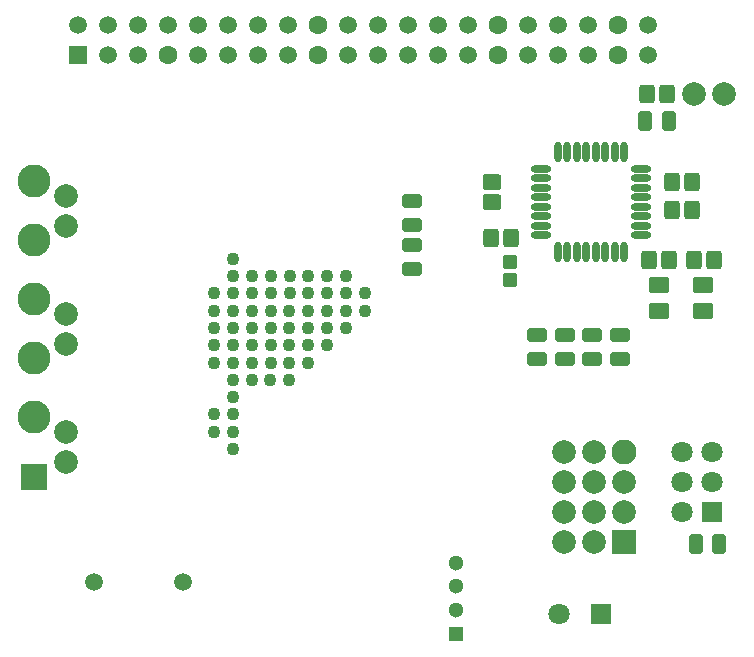
<source format=gbs>
G04 Layer_Color=16711935*
%FSLAX43Y43*%
%MOMM*%
G71*
G01*
G75*
G04:AMPARAMS|DCode=59|XSize=1.63mm|YSize=1.12mm|CornerRadius=0.177mm|HoleSize=0mm|Usage=FLASHONLY|Rotation=270.000|XOffset=0mm|YOffset=0mm|HoleType=Round|Shape=RoundedRectangle|*
%AMROUNDEDRECTD59*
21,1,1.630,0.765,0,0,270.0*
21,1,1.275,1.120,0,0,270.0*
1,1,0.355,-0.383,-0.637*
1,1,0.355,-0.383,0.637*
1,1,0.355,0.383,0.637*
1,1,0.355,0.383,-0.637*
%
%ADD59ROUNDEDRECTD59*%
G04:AMPARAMS|DCode=60|XSize=1.63mm|YSize=1.12mm|CornerRadius=0.177mm|HoleSize=0mm|Usage=FLASHONLY|Rotation=180.000|XOffset=0mm|YOffset=0mm|HoleType=Round|Shape=RoundedRectangle|*
%AMROUNDEDRECTD60*
21,1,1.630,0.765,0,0,180.0*
21,1,1.275,1.120,0,0,180.0*
1,1,0.355,-0.637,0.383*
1,1,0.355,0.637,0.383*
1,1,0.355,0.637,-0.383*
1,1,0.355,-0.637,-0.383*
%
%ADD60ROUNDEDRECTD60*%
G04:AMPARAMS|DCode=63|XSize=1.31mm|YSize=1.56mm|CornerRadius=0.201mm|HoleSize=0mm|Usage=FLASHONLY|Rotation=0.000|XOffset=0mm|YOffset=0mm|HoleType=Round|Shape=RoundedRectangle|*
%AMROUNDEDRECTD63*
21,1,1.310,1.157,0,0,0.0*
21,1,0.907,1.560,0,0,0.0*
1,1,0.403,0.454,-0.579*
1,1,0.403,-0.454,-0.579*
1,1,0.403,-0.454,0.579*
1,1,0.403,0.454,0.579*
%
%ADD63ROUNDEDRECTD63*%
G04:AMPARAMS|DCode=66|XSize=1.31mm|YSize=1.56mm|CornerRadius=0.201mm|HoleSize=0mm|Usage=FLASHONLY|Rotation=270.000|XOffset=0mm|YOffset=0mm|HoleType=Round|Shape=RoundedRectangle|*
%AMROUNDEDRECTD66*
21,1,1.310,1.157,0,0,270.0*
21,1,0.907,1.560,0,0,270.0*
1,1,0.403,-0.579,-0.454*
1,1,0.403,-0.579,0.454*
1,1,0.403,0.579,0.454*
1,1,0.403,0.579,-0.454*
%
%ADD66ROUNDEDRECTD66*%
%ADD74C,2.000*%
%ADD75C,1.800*%
%ADD76R,1.800X1.800*%
%ADD77R,1.800X1.800*%
%ADD78C,0.100*%
%ADD79C,1.500*%
%ADD80C,1.603*%
%ADD81R,1.500X1.500*%
%ADD82C,2.103*%
%ADD83R,2.000X2.000*%
%ADD84C,2.800*%
%ADD85R,2.300X2.300*%
%ADD86C,1.300*%
%ADD87R,1.300X1.300*%
%ADD88C,1.100*%
G04:AMPARAMS|DCode=89|XSize=1.15mm|YSize=1.17mm|CornerRadius=0.181mm|HoleSize=0mm|Usage=FLASHONLY|Rotation=270.000|XOffset=0mm|YOffset=0mm|HoleType=Round|Shape=RoundedRectangle|*
%AMROUNDEDRECTD89*
21,1,1.150,0.808,0,0,270.0*
21,1,0.787,1.170,0,0,270.0*
1,1,0.362,-0.404,-0.394*
1,1,0.362,-0.404,0.394*
1,1,0.362,0.404,0.394*
1,1,0.362,0.404,-0.394*
%
%ADD89ROUNDEDRECTD89*%
G04:AMPARAMS|DCode=90|XSize=1.7mm|YSize=1.35mm|CornerRadius=0.206mm|HoleSize=0mm|Usage=FLASHONLY|Rotation=0.000|XOffset=0mm|YOffset=0mm|HoleType=Round|Shape=RoundedRectangle|*
%AMROUNDEDRECTD90*
21,1,1.700,0.938,0,0,0.0*
21,1,1.288,1.350,0,0,0.0*
1,1,0.412,0.644,-0.469*
1,1,0.412,-0.644,-0.469*
1,1,0.412,-0.644,0.469*
1,1,0.412,0.644,0.469*
%
%ADD90ROUNDEDRECTD90*%
%ADD91O,0.650X1.750*%
%ADD92O,1.750X0.650*%
D59*
X60567Y9800D02*
D03*
X62582D02*
D03*
X58298Y45600D02*
D03*
X56283Y45600D02*
D03*
D60*
X49490Y27445D02*
D03*
X49490Y25430D02*
D03*
X54200Y27445D02*
D03*
X54200Y25430D02*
D03*
X47150Y27445D02*
D03*
X47150Y25430D02*
D03*
X36600Y33063D02*
D03*
Y35078D02*
D03*
Y36819D02*
D03*
X36600Y38834D02*
D03*
X51830Y27445D02*
D03*
X51830Y25430D02*
D03*
D63*
X43225Y35700D02*
D03*
X44915D02*
D03*
X58123Y47925D02*
D03*
X56433Y47925D02*
D03*
X56655Y33803D02*
D03*
X58345Y33803D02*
D03*
X58555Y40450D02*
D03*
X60245Y40450D02*
D03*
X58565Y38100D02*
D03*
X60255Y38100D02*
D03*
X60455Y33803D02*
D03*
X62145Y33803D02*
D03*
D66*
X43340Y38755D02*
D03*
X43340Y40445D02*
D03*
D74*
X60480Y47925D02*
D03*
X62980Y47925D02*
D03*
X54500Y12468D02*
D03*
X54500Y15008D02*
D03*
X51960Y17548D02*
D03*
X51960Y15008D02*
D03*
Y12468D02*
D03*
X51960Y9928D02*
D03*
X49420Y9928D02*
D03*
X49420Y12468D02*
D03*
X49420Y15008D02*
D03*
X49420Y17548D02*
D03*
X7272Y39250D02*
D03*
Y36750D02*
D03*
X7272Y19270D02*
D03*
X7272Y16770D02*
D03*
X7272Y29250D02*
D03*
X7272Y26750D02*
D03*
D75*
X59460Y12488D02*
D03*
X59460Y15028D02*
D03*
X59460Y17568D02*
D03*
X62000Y17568D02*
D03*
X62000Y15028D02*
D03*
X49050Y3896D02*
D03*
D76*
X62000Y12488D02*
D03*
D77*
X52550Y3896D02*
D03*
D78*
X3500Y3500D02*
D03*
X61500D02*
D03*
Y52500D02*
D03*
D79*
X51471Y53753D02*
D03*
X48931Y53753D02*
D03*
X56551D02*
D03*
X56551Y51213D02*
D03*
X48931Y51213D02*
D03*
X51471Y51213D02*
D03*
X18451Y51213D02*
D03*
X10831Y51213D02*
D03*
X13371Y51213D02*
D03*
X20991D02*
D03*
X36231Y51213D02*
D03*
X33691Y51213D02*
D03*
X26071D02*
D03*
X23531Y51213D02*
D03*
X31151Y51213D02*
D03*
X41311Y51213D02*
D03*
X38771Y51213D02*
D03*
X46391Y51213D02*
D03*
X15911Y53753D02*
D03*
X13371D02*
D03*
X10831D02*
D03*
X8291Y53753D02*
D03*
X46391Y53753D02*
D03*
X38771D02*
D03*
X41311Y53753D02*
D03*
X31151Y53753D02*
D03*
X23531Y53753D02*
D03*
X26071Y53753D02*
D03*
X33691Y53753D02*
D03*
X36231Y53753D02*
D03*
X20991Y53753D02*
D03*
X18451D02*
D03*
X17200Y6600D02*
D03*
X9600Y6600D02*
D03*
D80*
X54011Y53753D02*
D03*
X54011Y51213D02*
D03*
X15911Y51213D02*
D03*
X28611Y51213D02*
D03*
X43851Y51213D02*
D03*
X43851Y53753D02*
D03*
X28611Y53753D02*
D03*
D81*
X8291Y51213D02*
D03*
D82*
X54500Y17548D02*
D03*
D83*
X54500Y9928D02*
D03*
D84*
X4600Y40500D02*
D03*
Y30500D02*
D03*
X4600Y20500D02*
D03*
X4600Y25500D02*
D03*
X4600Y35500D02*
D03*
D85*
X4600Y15500D02*
D03*
D86*
X40257Y8194D02*
D03*
X40257Y6194D02*
D03*
X40257Y4194D02*
D03*
D87*
X40257Y2194D02*
D03*
D88*
X21403Y32457D02*
D03*
X21400Y30996D02*
D03*
X21397Y29535D02*
D03*
X21395Y28074D02*
D03*
X21392Y26613D02*
D03*
X21390Y25152D02*
D03*
X21387Y23691D02*
D03*
X21385Y22230D02*
D03*
X21382Y20769D02*
D03*
X21380Y19308D02*
D03*
X22990Y26613D02*
D03*
X22992Y28074D02*
D03*
X22995Y29535D02*
D03*
X22997Y30996D02*
D03*
X23000Y32457D02*
D03*
X24597D02*
D03*
X24595Y30996D02*
D03*
X24592Y29535D02*
D03*
X26195Y32457D02*
D03*
X26192Y30996D02*
D03*
X26190Y29535D02*
D03*
X27792Y32457D02*
D03*
X27790Y30996D02*
D03*
X22987Y25152D02*
D03*
X24590Y28074D02*
D03*
X24587Y26613D02*
D03*
X19792Y25152D02*
D03*
X19795Y26613D02*
D03*
X19798Y28074D02*
D03*
X19800Y29535D02*
D03*
X19803Y30996D02*
D03*
X29390Y32457D02*
D03*
X29387Y30996D02*
D03*
X27787Y29535D02*
D03*
X26187Y28074D02*
D03*
X22985Y23691D02*
D03*
X19782Y19308D02*
D03*
X19785Y20769D02*
D03*
X21405Y33918D02*
D03*
X21377Y17847D02*
D03*
X24585Y25152D02*
D03*
X24582Y23691D02*
D03*
X26185Y26613D02*
D03*
X26182Y25152D02*
D03*
X26180Y23691D02*
D03*
X27785Y28074D02*
D03*
X27782Y26613D02*
D03*
X27780Y25152D02*
D03*
X29385Y29535D02*
D03*
X29382Y28074D02*
D03*
X29380Y26613D02*
D03*
X30987Y32457D02*
D03*
X30985Y30996D02*
D03*
X30982Y29535D02*
D03*
X30980Y28074D02*
D03*
X32582Y30996D02*
D03*
X32580Y29535D02*
D03*
D89*
X44900Y33629D02*
D03*
Y32109D02*
D03*
D90*
X57509Y29488D02*
D03*
X57509Y31688D02*
D03*
X61209D02*
D03*
Y29488D02*
D03*
D91*
X54525Y42950D02*
D03*
X53725D02*
D03*
X52925Y42950D02*
D03*
X52125D02*
D03*
X51325Y42950D02*
D03*
X50525D02*
D03*
X49725D02*
D03*
X48925Y42950D02*
D03*
X48925Y34550D02*
D03*
X49725Y34550D02*
D03*
X50525Y34550D02*
D03*
X51325Y34550D02*
D03*
X52125Y34550D02*
D03*
X52925Y34550D02*
D03*
X53725Y34550D02*
D03*
X54525Y34550D02*
D03*
D92*
X47525Y41550D02*
D03*
Y40750D02*
D03*
X47525Y39950D02*
D03*
X47525Y39150D02*
D03*
X47525Y38350D02*
D03*
Y37550D02*
D03*
Y36750D02*
D03*
X47525Y35950D02*
D03*
X55925D02*
D03*
Y36750D02*
D03*
X55925Y37550D02*
D03*
Y38350D02*
D03*
X55925Y39150D02*
D03*
X55925Y39950D02*
D03*
X55925Y40750D02*
D03*
X55925Y41550D02*
D03*
M02*

</source>
